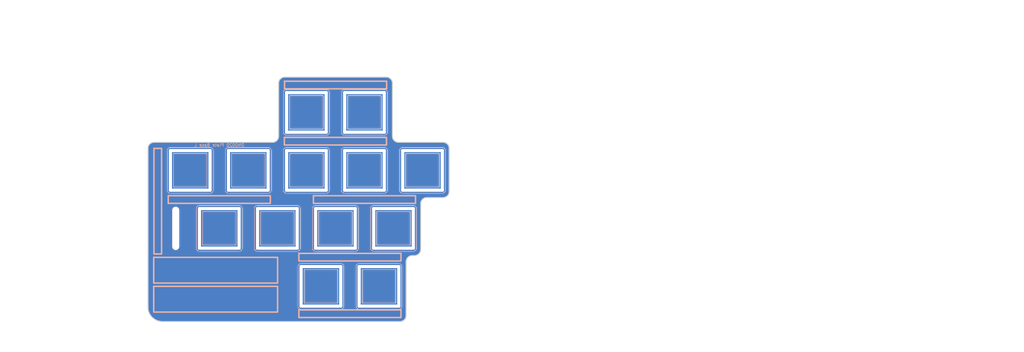
<source format=kicad_pcb>
(kicad_pcb (version 20240108) (generator "pcbnew") (generator_version "8.0")
  (title_block (title "Sandy") (date "2023-01-06") (rev "v.0") (company "@jpskenn"))
  (layers (0 "F.Cu" signal) (31 "B.Cu" signal) (34 "B.Paste" user) (35 "F.Paste" user) (36 "B.SilkS" user "B.Silkscreen") (37 "F.SilkS" user "F.Silkscreen") (38 "B.Mask" user) (39 "F.Mask" user) (44 "Edge.Cuts" user))
  (net 0 "")
  (footprint "locallib:MX-Switch-Hole-with-narrow-frame" (layer "F.Cu") (at 64.747345 84.25032)
    (property "Reference" "SW_>1" (hide yes))
    (property "Value" "SW_Push")
    (pad "" np_thru_hole roundrect (at -6.5 0 90) (size 14.8 1.8) (drill oval 14 1) (layers "F&B.Cu" "*.Mask") (roundrect_rratio 0.5))
    (pad "" np_thru_hole roundrect (at 0 -6.5) (size 14.8 1.8) (drill oval 14 1) (layers "F&B.Cu" "*.Mask") (roundrect_rratio 0.5))
    (pad "" np_thru_hole roundrect (at 0 6.5) (size 14.8 1.8) (drill oval 14 1) (layers "F&B.Cu" "*.Mask") (roundrect_rratio 0.5))
    (pad "" np_thru_hole roundrect (at 6.5 0 90) (size 14.8 1.8) (drill oval 14 1) (layers "F&B.Cu" "*.Mask") (roundrect_rratio 0.5))
  )
  (footprint "locallib:SandyLP_outline_Plate_Base_L" (layer "F.Cu") (at 17.122345 17.57532)
    (property "Reference" "REF**" (hide yes))
    (property "Value" "60_Outline" (hide yes))
    (fp_line (start 5.1625 40.39996) (end 5.1625 92.51871) (stroke (width 0.3)) (layer "Edge.Cuts"))
    (fp_line (start 7.1625 38.39996) (end 46.0375 38.39996) (stroke (width 0.3)) (layer "Edge.Cuts"))
    (fp_line (start 9.925 97.28121) (end 87.882652 97.28121) (stroke (width 0.3)) (layer "Edge.Cuts"))
    (fp_line (start 48.0375 18.96871) (end 48.0375 36.39996) (stroke (width 0.3)) (layer "Edge.Cuts"))
    (fp_line (start 50.0375 16.96871) (end 83.375 16.96871) (stroke (width 0.3)) (layer "Edge.Cuts"))
    (fp_line (start 85.375 18.96871) (end 85.375 36.39996) (stroke (width 0.3)) (layer "Edge.Cuts"))
    (fp_line (start 87.375 38.39996) (end 101.996875 38.39996) (stroke (width 0.3)) (layer "Edge.Cuts"))
    (fp_line (start 89.892187 77.604687) (end 89.882652 95.28121) (stroke (width 0.3)) (layer "Edge.Cuts"))
    (fp_line (start 91.892187 75.604687) (end 92.645152 75.604687) (stroke (width 0.3)) (layer "Edge.Cuts"))
    (fp_line (start 94.654687 58.554735) (end 94.645152 73.604687) (stroke (width 0.3)) (layer "Edge.Cuts"))
    (fp_line (start 96.654687 56.554735) (end 101.996875 56.554735) (stroke (width 0.3)) (layer "Edge.Cuts"))
    (fp_line (start 103.996875 40.39996) (end 103.996875 54.554735) (stroke (width 0.3)) (layer "Edge.Cuts"))
    (fp_arc (start 5.1625 40.39996) (mid 5.748307 38.985767) (end 7.1625 38.39996) (stroke (width 0.3)) (layer "Edge.Cuts"))
    (fp_arc (start 9.925 97.28121) (mid 6.557401 95.886309) (end 5.1625 92.51871) (stroke (width 0.3)) (layer "Edge.Cuts"))
    (fp_arc (start 48.0375 18.96871) (mid 48.623283 17.55449) (end 50.0375 16.96871) (stroke (width 0.3)) (layer "Edge.Cuts"))
    (fp_arc (start 48.0375 36.39996) (mid 47.451684 37.814144) (end 46.0375 38.39996) (stroke (width 0.3)) (layer "Edge.Cuts"))
    (fp_arc (start 83.375 16.96871) (mid 84.789181 17.554526) (end 85.375 18.96871) (stroke (width 0.3)) (layer "Edge.Cuts"))
    (fp_arc (start 87.375 38.39996) (mid 85.960765 37.814177) (end 85.375 36.39996) (stroke (width 0.3)) (layer "Edge.Cuts"))
    (fp_arc (start 89.882652 95.28121) (mid 89.296865 96.695435) (end 87.882652 97.28121) (stroke (width 0.3)) (layer "Edge.Cuts"))
    (fp_arc (start 89.892187 77.604687) (mid 90.478007 76.190507) (end 91.892187 75.604687) (stroke (width 0.3)) (layer "Edge.Cuts"))
    (fp_arc (start 94.645152 73.604687) (mid 94.059373 75.018927) (end 92.645152 75.604687) (stroke (width 0.3)) (layer "Edge.Cuts"))
    (fp_arc (start 94.654687 58.554735) (mid 95.240496 57.140559) (end 96.654687 56.554735) (stroke (width 0.3)) (layer "Edge.Cuts"))
    (fp_arc (start 101.996875 38.39996) (mid 103.411084 38.985741) (end 103.996875 40.39996) (stroke (width 0.3)) (layer "Edge.Cuts"))
    (fp_arc (start 103.996875 54.554735) (mid 103.41111 55.968982) (end 101.996875 56.554735) (stroke (width 0.3)) (layer "Edge.Cuts"))
    (zone (net 0) (net_name "") (layers "F&B.Cu") (connect_pads (clearance 0)) (min_thickness 0.25)
      (keepout (tracks not_allowed) (vias not_allowed) (pads not_allowed) (copperpour not_allowed) (footprints allowed))
      (fill (thermal_gap 0.5) (thermal_bridge_width 0.5))
      (polygon (pts (arc (start 32.60047 78.297195) (mid 31.409845 77.10657) (end 30.21922 78.297195)) (arc (start 30.21922 90.203445) (mid 31.409845 91.39407) (end 32.60047 90.203445))))
    )
  )
  (footprint "locallib:MX-Switch-Hole-with-narrow-frame" (layer "F.Cu") (at 74.272345 46.15032)
    (property "Reference" "SW_I1" (hide yes))
    (property "Value" "SW_Push")
    (pad "" np_thru_hole roundrect (at -6.5 0 90) (size 14.8 1.8) (drill oval 14 1) (layers "F&B.Cu" "*.Mask") (roundrect_rratio 0.5))
    (pad "" np_thru_hole roundrect (at 0 -6.5) (size 14.8 1.8) (drill oval 14 1) (layers "F&B.Cu" "*.Mask") (roundrect_rratio 0.5))
    (pad "" np_thru_hole roundrect (at 0 6.5) (size 14.8 1.8) (drill oval 14 1) (layers "F&B.Cu" "*.Mask") (roundrect_rratio 0.5))
    (pad "" np_thru_hole roundrect (at 6.5 0 90) (size 14.8 1.8) (drill oval 14 1) (layers "F&B.Cu" "*.Mask") (roundrect_rratio 0.5))
  )
  (footprint "locallib:MX-Switch-Hole-with-narrow-frame" (layer "F.Cu") (at 36.172345 65.20032)
    (property "Reference" "SW_J1" (hide yes))
    (property "Value" "SW_Push")
    (pad "" np_thru_hole roundrect (at -6.5 0 90) (size 14.8 1.8) (drill oval 14 1) (layers "F&B.Cu" "*.Mask") (roundrect_rratio 0.5))
    (pad "" np_thru_hole roundrect (at 0 -6.5) (size 14.8 1.8) (drill oval 14 1) (layers "F&B.Cu" "*.Mask") (roundrect_rratio 0.5))
    (pad "" np_thru_hole roundrect (at 0 6.5) (size 14.8 1.8) (drill oval 14 1) (layers "F&B.Cu" "*.Mask") (roundrect_rratio 0.5))
    (pad "" np_thru_hole roundrect (at 6.5 0 90) (size 14.8 1.8) (drill oval 14 1) (layers "F&B.Cu" "*.Mask") (roundrect_rratio 0.5))
  )
  (footprint "locallib:MX-Switch-Hole-with-narrow-frame" (layer "F.Cu") (at 112.372345 65.20032)
    (property "Reference" "SW_ENT1" (hide yes))
    (property "Value" "SW_Push")
    (pad "" np_thru_hole roundrect (at -6.5 0 90) (size 14.8 1.8) (drill oval 14 1) (layers "F&B.Cu" "*.Mask") (roundrect_rratio 0.5))
    (pad "" np_thru_hole roundrect (at 0 -6.5) (size 14.8 1.8) (drill oval 14 1) (layers "F&B.Cu" "*.Mask") (roundrect_rratio 0.5))
    (pad "" np_thru_hole roundrect (at 0 6.5) (size 14.8 1.8) (drill oval 14 1) (layers "F&B.Cu" "*.Mask") (roundrect_rratio 0.5))
    (pad "" np_thru_hole roundrect (at 6.5 0 90) (size 14.8 1.8) (drill oval 14 1) (layers "F&B.Cu" "*.Mask") (roundrect_rratio 0.5))
  )
  (footprint "locallib:MX-Switch-Hole-with-narrow-frame" (layer "F.Cu") (at 93.322345 65.20032)
    (property "Reference" "SW_;1" (hide yes))
    (property "Value" "SW_Push")
    (pad "" np_thru_hole roundrect (at -6.5 0 90) (size 14.8 1.8) (drill oval 14 1) (layers "F&B.Cu" "*.Mask") (roundrect_rratio 0.5))
    (pad "" np_thru_hole roundrect (at 0 -6.5) (size 14.8 1.8) (drill oval 14 1) (layers "F&B.Cu" "*.Mask") (roundrect_rratio 0.5))
    (pad "" np_thru_hole roundrect (at 0 6.5) (size 14.8 1.8) (drill oval 14 1) (layers "F&B.Cu" "*.Mask") (roundrect_rratio 0.5))
    (pad "" np_thru_hole roundrect (at 6.5 0 90) (size 14.8 1.8) (drill oval 14 1) (layers "F&B.Cu" "*.Mask") (roundrect_rratio 0.5))
  )
  (footprint "locallib:MX-Switch-Hole-with-narrow-frame" (layer "F.Cu") (at 93.322345 46.15032)
    (property "Reference" "SW_O1" (hide yes))
    (property "Value" "SW_Push")
    (pad "" np_thru_hole roundrect (at -6.5 0 90) (size 14.8 1.8) (drill oval 14 1) (layers "F&B.Cu" "*.Mask") (roundrect_rratio 0.5))
    (pad "" np_thru_hole roundrect (at 0 -6.5) (size 14.8 1.8) (drill oval 14 1) (layers "F&B.Cu" "*.Mask") (roundrect_rratio 0.5))
    (pad "" np_thru_hole roundrect (at 0 6.5) (size 14.8 1.8) (drill oval 14 1) (layers "F&B.Cu" "*.Mask") (roundrect_rratio 0.5))
    (pad "" np_thru_hole roundrect (at 6.5 0 90) (size 14.8 1.8) (drill oval 14 1) (layers "F&B.Cu" "*.Mask") (roundrect_rratio 0.5))
  )
  (footprint "locallib:MX-Switch-Hole-with-narrow-frame" (layer "F.Cu") (at 45.697345 84.25032)
    (property "Reference" "SW_/1" (hide yes))
    (property "Value" "SW_Push")
    (pad "" np_thru_hole roundrect (at -6.5 0 90) (size 14.8 1.8) (drill oval 14 1) (layers "F&B.Cu" "*.Mask") (roundrect_rratio 0.5))
    (pad "" np_thru_hole roundrect (at 0 -6.5) (size 14.8 1.8) (drill oval 14 1) (layers "F&B.Cu" "*.Mask") (roundrect_rratio 0.5))
    (pad "" np_thru_hole roundrect (at 0 6.5) (size 14.8 1.8) (drill oval 14 1) (layers "F&B.Cu" "*.Mask") (roundrect_rratio 0.5))
    (pad "" np_thru_hole roundrect (at 6.5 0 90) (size 14.8 1.8) (drill oval 14 1) (layers "F&B.Cu" "*.Mask") (roundrect_rratio 0.5))
  )
  (footprint "locallib:MX-Switch-Hole-with-narrow-frame" (layer "F.Cu") (at 102.847345 84.25032)
    (property "Reference" "SW_M1" (hide yes))
    (property "Value" "SW_Push")
    (pad "" np_thru_hole roundrect (at -6.5 0 90) (size 14.8 1.8) (drill oval 14 1) (layers "F&B.Cu" "*.Mask") (roundrect_rratio 0.5))
    (pad "" np_thru_hole roundrect (at 0 -6.5) (size 14.8 1.8) (drill oval 14 1) (layers "F&B.Cu" "*.Mask") (roundrect_rratio 0.5))
    (pad "" np_thru_hole roundrect (at 0 6.5) (size 14.8 1.8) (drill oval 14 1) (layers "F&B.Cu" "*.Mask") (roundrect_rratio 0.5))
    (pad "" np_thru_hole roundrect (at 6.5 0 90) (size 14.8 1.8) (drill oval 14 1) (layers "F&B.Cu" "*.Mask") (roundrect_rratio 0.5))
  )
  (footprint "locallib:MX-Switch-Hole-with-narrow-frame" (layer "F.Cu") (at 55.222345 65.20032)
    (property "Reference" "SW_K1" (hide yes))
    (property "Value" "SW_Push")
    (pad "" np_thru_hole roundrect (at -6.5 0 90) (size 14.8 1.8) (drill oval 14 1) (layers "F&B.Cu" "*.Mask") (roundrect_rratio 0.5))
    (pad "" np_thru_hole roundrect (at 0 -6.5) (size 14.8 1.8) (drill oval 14 1) (layers "F&B.Cu" "*.Mask") (roundrect_rratio 0.5))
    (pad "" np_thru_hole roundrect (at 0 6.5) (size 14.8 1.8) (drill oval 14 1) (layers "F&B.Cu" "*.Mask") (roundrect_rratio 0.5))
    (pad "" np_thru_hole roundrect (at 6.5 0 90) (size 14.8 1.8) (drill oval 14 1) (layers "F&B.Cu" "*.Mask") (roundrect_rratio 0.5))
  )
  (footprint "locallib:MX-Switch-Hole-with-narrow-frame" (layer "F.Cu") (at 83.797345 84.25032)
    (property "Reference" "SW_<1" (hide yes))
    (property "Value" "SW_Push")
    (pad "" np_thru_hole roundrect (at -6.5 0 90) (size 14.8 1.8) (drill oval 14 1) (layers "F&B.Cu" "*.Mask") (roundrect_rratio 0.5))
    (pad "" np_thru_hole roundrect (at 0 -6.5) (size 14.8 1.8) (drill oval 14 1) (layers "F&B.Cu" "*.Mask") (roundrect_rratio 0.5))
    (pad "" np_thru_hole roundrect (at 0 6.5) (size 14.8 1.8) (drill oval 14 1) (layers "F&B.Cu" "*.Mask") (roundrect_rratio 0.5))
    (pad "" np_thru_hole roundrect (at 6.5 0 90) (size 14.8 1.8) (drill oval 14 1) (layers "F&B.Cu" "*.Mask") (roundrect_rratio 0.5))
  )
  (footprint "locallib:MX-Switch-Hole-with-narrow-frame" (layer "F.Cu") (at 98.084845 103.30032)
    (property "Reference" "SW_RWIN1" (hide yes))
    (property "Value" "SW_Push")
    (pad "" np_thru_hole roundrect (at -6.5 0 90) (size 14.8 1.8) (drill oval 14 1) (layers "F&B.Cu" "*.Mask") (roundrect_rratio 0.5))
    (pad "" np_thru_hole roundrect (at 0 -6.5) (size 14.8 1.8) (drill oval 14 1) (layers "F&B.Cu" "*.Mask") (roundrect_rratio 0.5))
    (pad "" np_thru_hole roundrect (at 0 6.5) (size 14.8 1.8) (drill oval 14 1) (layers "F&B.Cu" "*.Mask") (roundrect_rratio 0.5))
    (pad "" np_thru_hole roundrect (at 6.5 0 90) (size 14.8 1.8) (drill oval 14 1) (layers "F&B.Cu" "*.Mask") (roundrect_rratio 0.5))
  )
  (footprint "locallib:MX-Switch-Hole-with-narrow-frame" (layer "F.Cu") (at 74.272345 65.20032)
    (property "Reference" "SW_L1" (hide yes))
    (property "Value" "SW_Push")
    (pad "" np_thru_hole roundrect (at -6.5 0 90) (size 14.8 1.8) (drill oval 14 1) (layers "F&B.Cu" "*.Mask") (roundrect_rratio 0.5))
    (pad "" np_thru_hole roundrect (at 0 -6.5) (size 14.8 1.8) (drill oval 14 1) (layers "F&B.Cu" "*.Mask") (roundrect_rratio 0.5))
    (pad "" np_thru_hole roundrect (at 0 6.5) (size 14.8 1.8) (drill oval 14 1) (layers "F&B.Cu" "*.Mask") (roundrect_rratio 0.5))
    (pad "" np_thru_hole roundrect (at 6.5 0 90) (size 14.8 1.8) (drill oval 14 1) (layers "F&B.Cu" "*.Mask") (roundrect_rratio 0.5))
  )
  (footprint "locallib:MX-Switch-Hole-with-narrow-frame" (layer "F.Cu") (at 79.034845 103.30032)
    (property "Reference" "SW_RALT1" (hide yes))
    (property "Value" "SW_Push")
    (pad "" np_thru_hole roundrect (at -6.5 0 90) (size 14.8 1.8) (drill oval 14 1) (layers "F&B.Cu" "*.Mask") (roundrect_rratio 0.5))
    (pad "" np_thru_hole roundrect (at 0 -6.5) (size 14.8 1.8) (drill oval 14 1) (layers "F&B.Cu" "*.Mask") (roundrect_rratio 0.5))
    (pad "" np_thru_hole roundrect (at 0 6.5) (size 14.8 1.8) (drill oval 14 1) (layers "F&B.Cu" "*.Mask") (roundrect_rratio 0.5))
    (pad "" np_thru_hole roundrect (at 6.5 0 90) (size 14.8 1.8) (drill oval 14 1) (layers "F&B.Cu" "*.Mask") (roundrect_rratio 0.5))
  )
  (gr_rect (start 64.828595 93.77532) (end 24.184845 102.228445) (stroke (width 0.5)) (fill none) (layer "B.SilkS"))
  (gr_rect (start 105.309845 92.465945) (end 71.809845 94.965945) (stroke (width 0.5)) (fill none) (layer "B.SilkS"))
  (gr_rect (start 26.766095 57.97532) (end 24.266095 92.665945) (stroke (width 0.5)) (fill none) (layer "B.SilkS"))
  (gr_rect (start 105.309845 111.039447) (end 71.809845 113.539447) (stroke (width 0.5)) (fill none) (layer "B.SilkS"))
  (gr_rect (start 100.547345 54.365945) (end 67.047345 56.865945) (stroke (width 0.5)) (fill none) (layer "B.SilkS"))
  (gr_rect (start 64.828595 103.30032) (end 24.184845 111.753445) (stroke (width 0.5)) (fill none) (layer "B.SilkS"))
  (gr_rect (start 110.072345 73.534695) (end 76.572345 76.034695) (stroke (width 0.5)) (fill none) (layer "B.SilkS"))
  (gr_rect (start 62.447345 73.534695) (end 28.947345 76.034695) (stroke (width 0.5)) (fill none) (layer "B.SilkS"))
  (gr_rect (start 100.609845 35.911261) (end 67.109845 38.411261) (stroke (width 0.5)) (fill none) (layer "B.SilkS"))
  (gr_text "DN0020 Plate Base L" (at 45.697345 57.461277 0) (layer "B.SilkS") (effects (font (size 1 1)) (justify bottom mirror)))
  (zone (net 0) (net_name "") (layers "F&B.Cu") (connect_pads (clearance 0.2)) (min_thickness 0.2) (fill yes (thermal_gap 0.3) (thermal_bridge_width 0.5) (island_removal_mode 1) (island_area_min 10))
    (polygon (pts (xy 309.714983 119.665945) (xy 10.178595 119.665945) (xy 10.178595 24.86907) (xy 309.673372 24.86907)))
  )
)
</source>
